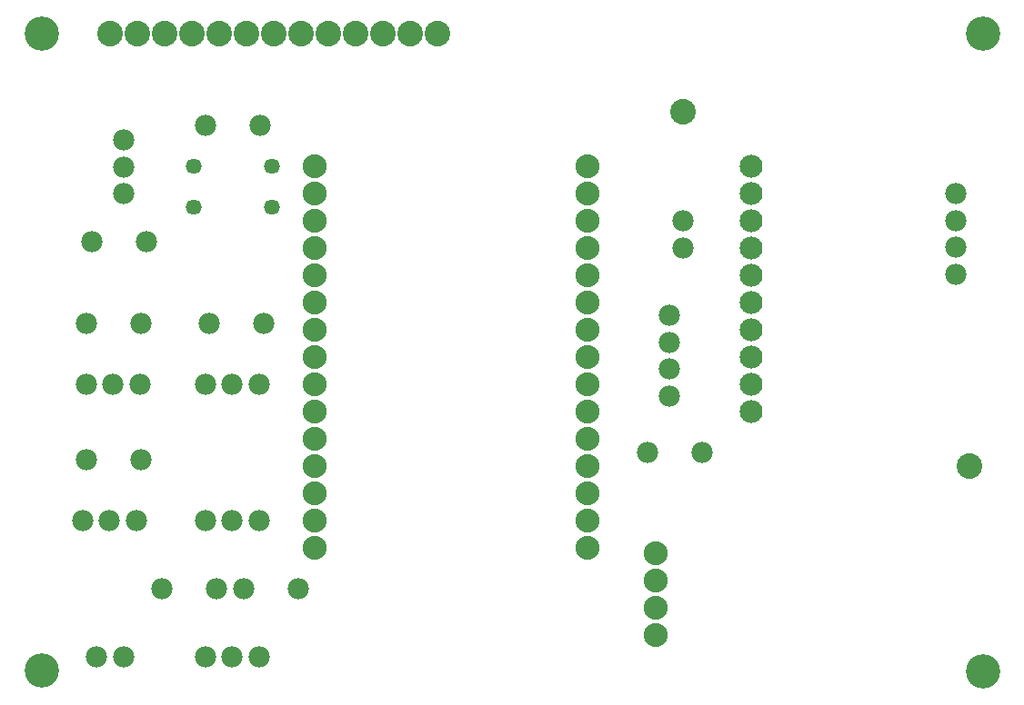
<source format=gbr>
G04 EAGLE Gerber RS-274X export*
G75*
%MOMM*%
%FSLAX34Y34*%
%LPD*%
%INSoldermask Bottom*%
%IPPOS*%
%AMOC8*
5,1,8,0,0,1.08239X$1,22.5*%
G01*
G04 Define Apertures*
%ADD10C,3.203200*%
%ADD11C,1.463200*%
%ADD12C,2.387600*%
%ADD13C,1.981200*%
%ADD14C,2.133600*%
%ADD15C,2.235200*%
D10*
X1358900Y215660D03*
X1358900Y809740D03*
X482598Y216037D03*
X482600Y809740D03*
D11*
X624200Y685800D03*
X696600Y685800D03*
X696600Y647700D03*
X624200Y647700D03*
D12*
X546100Y809500D03*
X571500Y809500D03*
X596900Y809500D03*
X622300Y809500D03*
X647700Y809500D03*
X673100Y809500D03*
X698500Y809500D03*
X723900Y809500D03*
X749300Y809500D03*
X774700Y809500D03*
X800100Y809500D03*
X825500Y809500D03*
X850900Y809500D03*
D13*
X558800Y660400D03*
X558800Y685400D03*
X558800Y710400D03*
X524100Y482600D03*
X549100Y482600D03*
X574100Y482600D03*
X520700Y355600D03*
X545700Y355600D03*
X570700Y355600D03*
X635000Y482600D03*
X660000Y482600D03*
X685000Y482600D03*
X635000Y355600D03*
X660000Y355600D03*
X685000Y355600D03*
D12*
X1079500Y736600D03*
D13*
X1333500Y660400D03*
X1333500Y635400D03*
X1333500Y610400D03*
X1333500Y585400D03*
X635000Y228600D03*
X660000Y228600D03*
X685000Y228600D03*
X558800Y228600D03*
X533800Y228600D03*
X645054Y292100D03*
X594254Y292100D03*
X670454Y292100D03*
X721254Y292100D03*
X1046569Y419100D03*
X1097369Y419100D03*
X580148Y615950D03*
X529348Y615950D03*
X685800Y723900D03*
X635000Y723900D03*
X575204Y539750D03*
X524404Y539750D03*
X524404Y412750D03*
X575204Y412750D03*
X638704Y539750D03*
X689504Y539750D03*
X1079500Y635000D03*
X1079500Y610000D03*
D14*
X1143000Y685800D03*
X1143000Y660400D03*
X1143000Y635000D03*
X1143000Y609600D03*
X1143000Y584200D03*
X1143000Y558800D03*
X1143000Y533400D03*
X1143000Y508000D03*
X1143000Y482600D03*
X1143000Y457200D03*
D13*
X1066800Y547204D03*
X1066800Y522204D03*
X1066800Y497204D03*
X1066800Y472204D03*
D15*
X1054100Y325120D03*
X1054100Y299720D03*
X1054100Y274320D03*
X1054100Y248920D03*
D12*
X1346200Y406400D03*
D15*
X736600Y685800D03*
X736600Y660400D03*
X736600Y635000D03*
X736600Y609600D03*
X736600Y584200D03*
X736600Y558800D03*
X736600Y533400D03*
X736600Y508000D03*
X736600Y482600D03*
X736600Y457200D03*
X736600Y431800D03*
X736600Y406400D03*
X736600Y381000D03*
X736600Y355600D03*
X736600Y330200D03*
X990600Y330200D03*
X990600Y355600D03*
X990600Y381000D03*
X990600Y406400D03*
X990600Y431800D03*
X990600Y457200D03*
X990600Y482600D03*
X990600Y508000D03*
X990600Y533400D03*
X990600Y558800D03*
X990600Y584200D03*
X990600Y609600D03*
X990600Y635000D03*
X990600Y660400D03*
X990600Y685800D03*
M02*

</source>
